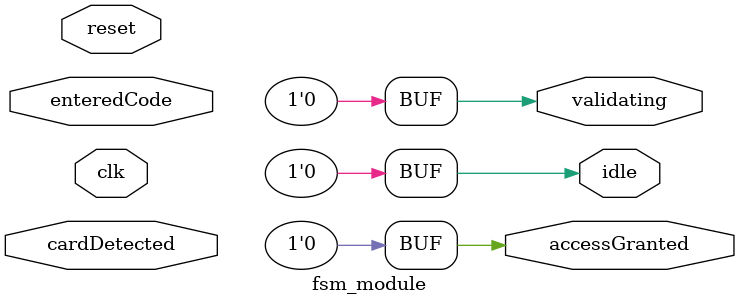
<source format=v>
module fsm_module ( 
  input clk,
  input reset,
  input cardDetected,
  input [3:0] enteredCode,
  output reg idle,
  output reg validating,
  output reg accessGranted
);

  parameter IDLE = 2'b00;
  parameter VALIDATING = 2'b01;
  parameter ACCESS_GRANTED = 2'b10;

  reg [1:0] current_state;
  reg [1:0] next_state;
  reg [3:0] accessCode;

  always @(posedge clk or posedge reset) begin
    if (reset) begin
      current_state <= IDLE;
      accessCode <= 0;
    end else begin
      current_state <= next_state;
    end
  end

  always @(current_state or cardDetected or enteredCode) begin
    case (current_state)
      IDLE:
        begin
          idle = 1;
          validating = 0;
          accessGranted = 0;
          next_state = (cardDetected || enteredCode != 0) ? VALIDATING : IDLE;
          accessCode <= enteredCode;
        end
      VALIDATING:
        begin
          idle = 0;
          validating = 1;
          accessGranted = 0;
          next_state = (enteredCode == accessCode) ? ACCESS_GRANTED : VALIDATING;
        end
      ACCESS_GRANTED:
        begin
          idle = 0;
          validating = 0;
          accessGranted = 1;
          next_state = IDLE;
          accessCode <= 0;
        end
      default:
        begin
          idle = 1;
          validating = 0;
          accessGranted = 0;
          next_state = IDLE;
          accessCode <= 0;
        end
    endcase
  end
  always begin
    if(1) begin
      idle = 0;
      validating = 0;
      accessGranted = 0;
    end
  end
endmodule
</source>
